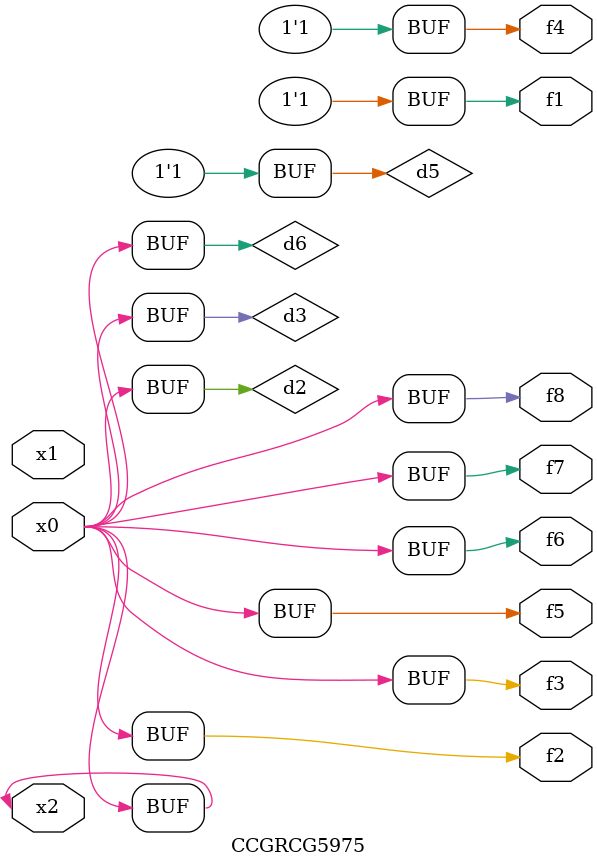
<source format=v>
module CCGRCG5975(
	input x0, x1, x2,
	output f1, f2, f3, f4, f5, f6, f7, f8
);

	wire d1, d2, d3, d4, d5, d6;

	xnor (d1, x2);
	buf (d2, x0, x2);
	and (d3, x0);
	xnor (d4, x1, x2);
	nand (d5, d1, d3);
	buf (d6, d2, d3);
	assign f1 = d5;
	assign f2 = d6;
	assign f3 = d6;
	assign f4 = d5;
	assign f5 = d6;
	assign f6 = d6;
	assign f7 = d6;
	assign f8 = d6;
endmodule

</source>
